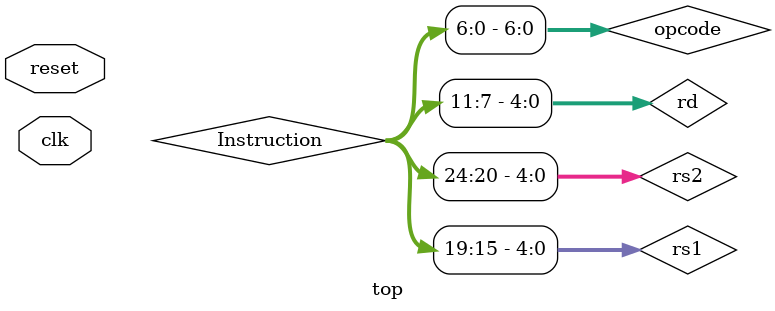
<source format=sv>
module top(
    input logic clk, reset
);
    logic [31:0] PC, A_out, Immediate_Value, Instruction, A, B, ALU_result, rdata, wdata;
    logic [4:0] rs1, rs2, rd;
    logic [6:0] opcode;
    logic [3:0] alu_op;
    logic [2:0] br_type;
    logic [1:0] wb_sel;
    logic reg_wr, rd_en, wr_en, br_taken, sel_A, sel_B;

    assign opcode = Instruction[6:0];
    assign rs1 = Instruction[19:15];
    assign rs2 = Instruction[24:20];
    assign rd = Instruction[11:7];
    assign A_out = br_taken ? ALU_result : PC + 4;

    always_comb begin
        case (wb_sel)
            2'b00: wdata = PC + 4;
            2'b01: wdata = ALU_result;
            2'b10: wdata = rdata;
        endcase
    end

    // Instantiation
    Program_Counter pc_0 (
        .clk(clk),
        .reset(reset),
        .A_out(A_out),
        .PC(PC)
    );

    Instruction_Memory inst_mem_0 (
        .Address(PC),
        .Instruction(Instruction)
    );

    reg_file reg_file_0 (
		.clk(clk),
		.reset(reset),
		.reg_wr(reg_wr),
		.raddr1(rs1),
		.raddr2(rs2),
		.waddr(rd),
		.wdata(wdata),
		.rdata1(A),
		.rdata2(B)
);

    ALU alu_0 (
        .A(sel_A ? B : PC),
        .B(sel_B ? Immediate_Value : A),
        .alu_op(alu_op),
        .ALU_out(ALU_result)
    );

    Data_Memory data_mem_0 (
        .clk(clk),
        .wr_en(wr_en),
        .rd_en(rd_en),
        .addr(ALU_result),
        .wdata(B),
        .rdata(rdata)
    );

    Branch_Condition branch_cond_0 (
        .A(A),
        .B(B),
        .br_type(br_type),
        .br_taken(br_taken)
    );

    Controller controller_0 (
        .Instruction(Instruction),
        .reg_wr(reg_wr),
        .rd_en(rd_en),
        .wr_en(wr_en),
        .sel_A(sel_A),
        .sel_B(sel_B),
        .wb_sel(wb_sel),
        .alu_op(alu_op),
        .br_type(br_type)
    );

    Immediate_Generator imd_generator_0 (
        .Instructions(Instruction),
        .Immediate_Value(Immediate_Value)
    );

endmodule
</source>
